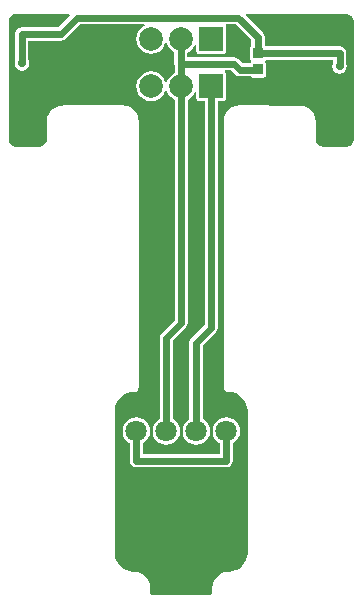
<source format=gtl>
G04 Layer_Physical_Order=1*
G04 Layer_Color=255*
%FSLAX44Y44*%
%MOMM*%
G71*
G01*
G75*
%ADD10R,0.8500X0.8500*%
%ADD11C,0.6000*%
%ADD12C,1.8000*%
%ADD13C,2.0000*%
%ADD14R,2.0000X2.0000*%
%ADD15C,0.7000*%
G36*
X-140000Y496115D02*
X-94722D01*
X-94236Y494942D01*
X-104280Y484898D01*
X-135000D01*
X-137162Y484469D01*
X-138994Y483244D01*
X-140219Y481412D01*
X-140648Y479250D01*
Y456918D01*
X-140690Y456857D01*
X-141158Y454500D01*
X-140690Y452143D01*
X-139355Y450145D01*
X-137357Y448811D01*
X-135000Y448342D01*
X-132643Y448811D01*
X-130645Y450145D01*
X-129311Y452143D01*
X-128842Y454500D01*
X-129311Y456857D01*
X-129352Y456918D01*
Y473601D01*
X-101940D01*
X-101940Y473601D01*
X-99778Y474031D01*
X-97946Y475256D01*
X-85660Y487541D01*
X-31209D01*
X-30957Y486271D01*
X-31724Y485954D01*
X-34344Y483944D01*
X-36354Y481324D01*
X-37617Y478274D01*
X-38048Y475000D01*
X-37617Y471726D01*
X-36354Y468676D01*
X-34344Y466056D01*
X-31724Y464046D01*
X-28674Y462783D01*
X-25400Y462352D01*
X-22126Y462783D01*
X-19076Y464046D01*
X-16456Y466056D01*
X-14446Y468676D01*
X-13387Y471233D01*
X-12013D01*
X-10954Y468676D01*
X-8944Y466056D01*
X-6324Y464046D01*
X-6148Y463974D01*
Y454000D01*
X-6149Y454000D01*
X-5719Y451838D01*
X-5648Y451734D01*
Y446233D01*
X-6324Y445954D01*
X-8944Y443944D01*
X-10954Y441324D01*
X-12013Y438767D01*
X-13387D01*
X-14446Y441324D01*
X-16456Y443944D01*
X-19076Y445954D01*
X-22126Y447217D01*
X-25400Y447648D01*
X-28674Y447217D01*
X-31724Y445954D01*
X-34344Y443944D01*
X-36354Y441324D01*
X-37617Y438274D01*
X-38048Y435000D01*
X-37617Y431726D01*
X-36354Y428676D01*
X-34344Y426056D01*
X-31724Y424046D01*
X-28674Y422783D01*
X-25400Y422352D01*
X-22126Y422783D01*
X-19076Y424046D01*
X-16456Y426056D01*
X-14446Y428676D01*
X-13387Y431233D01*
X-12013D01*
X-10954Y428676D01*
X-8944Y426056D01*
X-6324Y424046D01*
X-5648Y423767D01*
Y237090D01*
X-16694Y226044D01*
X-17919Y224212D01*
X-18349Y222050D01*
X-18348Y222050D01*
Y153151D01*
X-18520Y153080D01*
X-20930Y151230D01*
X-22780Y148820D01*
X-23943Y146012D01*
X-24340Y143000D01*
X-23943Y139987D01*
X-22780Y137180D01*
X-20930Y134770D01*
X-18520Y132920D01*
X-15712Y131757D01*
X-12700Y131360D01*
X-9688Y131757D01*
X-6880Y132920D01*
X-4470Y134770D01*
X-2620Y137180D01*
X-1457Y139987D01*
X-1060Y143000D01*
X-1457Y146012D01*
X-2620Y148820D01*
X-4470Y151230D01*
X-6880Y153080D01*
X-7052Y153151D01*
Y219710D01*
X3994Y230756D01*
X3994Y230756D01*
X5219Y232588D01*
X5649Y234750D01*
X5648Y234750D01*
Y423767D01*
X6324Y424046D01*
X8944Y426056D01*
X10954Y428676D01*
X11540Y430092D01*
X12810Y429839D01*
Y425000D01*
X13007Y424009D01*
X13569Y423169D01*
X14409Y422607D01*
X15400Y422410D01*
X19751D01*
Y232990D01*
X8506Y221744D01*
X7281Y219912D01*
X6851Y217750D01*
X6852Y217750D01*
Y153058D01*
X4470Y151230D01*
X2620Y148820D01*
X1457Y146012D01*
X1060Y143000D01*
X1457Y139987D01*
X2620Y137180D01*
X4470Y134770D01*
X6880Y132920D01*
X9688Y131757D01*
X12700Y131360D01*
X15712Y131757D01*
X18520Y132920D01*
X20930Y134770D01*
X22780Y137180D01*
X23943Y139987D01*
X24340Y143000D01*
X23943Y146012D01*
X22780Y148820D01*
X20930Y151230D01*
X18520Y153080D01*
X18148Y153234D01*
Y215410D01*
X29394Y226656D01*
X29394Y226656D01*
X30619Y228488D01*
X31049Y230650D01*
Y422410D01*
X35400D01*
X36391Y422607D01*
X37231Y423169D01*
X37793Y424009D01*
X37990Y425000D01*
Y445000D01*
X37793Y445991D01*
X37231Y446831D01*
X36857Y447081D01*
X37242Y448352D01*
X42160D01*
X45506Y445006D01*
X45506Y445006D01*
X47338Y443782D01*
X49500Y443352D01*
X49500Y443352D01*
X58797D01*
X58919Y443169D01*
X59759Y442607D01*
X60750Y442410D01*
X69250D01*
X70241Y442607D01*
X71081Y443169D01*
X71643Y444009D01*
X71840Y445000D01*
Y453500D01*
X71643Y454491D01*
X71081Y455331D01*
X71005Y455382D01*
X70918Y456694D01*
X71808Y457602D01*
X128351D01*
Y454168D01*
X128310Y454107D01*
X127842Y451750D01*
X128310Y449393D01*
X129645Y447395D01*
X131643Y446060D01*
X134000Y445592D01*
X136357Y446060D01*
X138355Y447395D01*
X139690Y449393D01*
X140158Y451750D01*
X139690Y454107D01*
X139649Y454168D01*
Y463250D01*
X139219Y465412D01*
X137994Y467244D01*
X136162Y468469D01*
X134000Y468899D01*
X71370D01*
X71081Y469331D01*
X70648Y469620D01*
Y476500D01*
X70649Y476500D01*
X70219Y478662D01*
X68994Y480494D01*
X68994Y480494D01*
X54546Y494942D01*
X55032Y496115D01*
X140000Y496115D01*
X140167Y496148D01*
X142366Y495711D01*
X144371Y494371D01*
X145711Y492366D01*
X146149Y490167D01*
X146115Y490000D01*
Y390000D01*
X146149Y389833D01*
X145711Y387634D01*
X144371Y385629D01*
X142366Y384289D01*
X140167Y383852D01*
X140000Y383885D01*
X120000Y383885D01*
X120000Y383885D01*
X120000Y383885D01*
X118801Y384057D01*
X117634Y384289D01*
X115629Y385629D01*
X114289Y387634D01*
X113851Y389833D01*
X113885Y390000D01*
X113885Y403784D01*
X113911Y405039D01*
Y405039D01*
X113911Y405039D01*
X113457Y408481D01*
X112076Y411817D01*
X109878Y414681D01*
X107013Y416879D01*
X103678Y418261D01*
X101186Y418589D01*
X100098Y418732D01*
X99961Y418714D01*
X98695Y418691D01*
X50219Y418798D01*
X49785Y418885D01*
Y418929D01*
X46180Y418455D01*
X42821Y417063D01*
X39936Y414849D01*
X37722Y411964D01*
X36331Y408605D01*
X35856Y405000D01*
X35900Y404996D01*
X36115Y179996D01*
X36264Y179254D01*
X36411Y178513D01*
X36412Y178512D01*
X36412Y178510D01*
X36834Y177880D01*
X37253Y177253D01*
X37255Y177252D01*
X37256Y177250D01*
X37886Y176830D01*
X38513Y176411D01*
X38515Y176411D01*
X38517Y176410D01*
X39262Y176262D01*
X40000Y176115D01*
X41230Y176019D01*
X43149Y175831D01*
X46177Y174912D01*
X48967Y173421D01*
X51413Y171413D01*
X53421Y168967D01*
X54912Y166177D01*
X55831Y163149D01*
X56132Y160085D01*
X56115Y160000D01*
X56115Y40000D01*
X56132Y39915D01*
X55831Y36851D01*
X54912Y33823D01*
X53421Y31033D01*
X51413Y28587D01*
X48967Y26579D01*
X46177Y25088D01*
X43149Y24169D01*
X41248Y23982D01*
X40000Y23929D01*
Y23929D01*
X36395Y23455D01*
X33035Y22063D01*
X30151Y19849D01*
X27937Y16965D01*
X26545Y13605D01*
X26071Y10000D01*
X26071D01*
X26141Y8759D01*
X26207Y5695D01*
X25604Y4793D01*
X24578Y4107D01*
X24388Y4070D01*
X23244Y3905D01*
X23934Y4006D01*
X24388Y4070D01*
X24427Y4077D01*
X23934Y4006D01*
X23179Y3899D01*
X21942Y3885D01*
X21764Y3885D01*
X-21764D01*
X-21942Y3885D01*
X-23179Y3899D01*
X-23934Y4006D01*
X-24427Y4077D01*
X-24388Y4070D01*
X-23934Y4006D01*
X-23244Y3905D01*
X-24388Y4070D01*
X-24578Y4107D01*
X-25604Y4793D01*
X-26207Y5695D01*
X-26141Y8759D01*
X-26071Y10000D01*
Y10000D01*
X-26071Y10000D01*
X-26546Y13605D01*
X-27937Y16965D01*
X-30151Y19849D01*
X-33035Y22063D01*
X-36395Y23455D01*
X-38778Y23768D01*
X-40000Y23929D01*
X-41248Y23982D01*
X-43149Y24169D01*
X-46177Y25088D01*
X-48967Y26579D01*
X-51413Y28587D01*
X-53421Y31033D01*
X-54912Y33823D01*
X-55831Y36851D01*
X-56132Y39915D01*
X-56115Y40000D01*
Y160000D01*
X-56132Y160085D01*
X-55831Y163149D01*
X-54912Y166177D01*
X-53421Y168967D01*
X-51413Y171413D01*
X-48967Y173421D01*
X-46177Y174912D01*
X-43149Y175831D01*
X-41230Y176019D01*
X-40000Y176115D01*
X-39262Y176262D01*
X-38517Y176410D01*
X-38515Y176411D01*
X-38513Y176411D01*
X-37886Y176830D01*
X-37256Y177250D01*
X-37255Y177252D01*
X-37253Y177253D01*
X-36834Y177880D01*
X-36412Y178510D01*
X-36412Y178512D01*
X-36411Y178513D01*
X-36264Y179254D01*
X-36115Y179996D01*
X-35900Y404996D01*
X-35856Y405000D01*
X-36331Y408605D01*
X-37722Y411964D01*
X-39936Y414849D01*
X-42821Y417063D01*
X-46180Y418455D01*
X-49785Y418929D01*
X-49794Y418885D01*
X-98695Y418776D01*
X-99961Y418800D01*
X-100098Y418818D01*
X-101176Y418676D01*
X-103678Y418346D01*
X-107014Y416965D01*
X-109878Y414767D01*
X-112076Y411902D01*
X-113458Y408567D01*
X-113911Y405124D01*
X-113911D01*
X-113885Y403870D01*
X-113885Y391355D01*
X-113885Y390085D01*
X-114057Y388886D01*
X-114289Y387720D01*
X-115629Y385714D01*
X-117634Y384374D01*
X-118801Y384142D01*
X-120000Y383970D01*
Y383970D01*
X-140000Y383970D01*
X-140167Y383937D01*
X-142366Y384374D01*
X-144371Y385714D01*
X-145711Y387720D01*
X-146149Y389918D01*
X-146116Y390085D01*
Y490085D01*
X-146149Y490252D01*
X-145711Y492451D01*
X-144371Y494456D01*
X-142366Y495797D01*
X-140382Y496191D01*
X-140000Y496115D01*
D02*
G37*
G36*
X59352Y474160D02*
Y469620D01*
X58919Y469331D01*
X58357Y468491D01*
X58160Y467500D01*
Y459000D01*
X58357Y458009D01*
X58919Y457169D01*
X59204Y456978D01*
Y455612D01*
X58974Y455368D01*
X58919Y455331D01*
X58870Y455257D01*
X58295Y454649D01*
X51840D01*
X48494Y457994D01*
X46662Y459219D01*
X44500Y459649D01*
X44500Y459649D01*
X5149D01*
Y463559D01*
X6324Y464046D01*
X8944Y466056D01*
X10954Y468676D01*
X11540Y470092D01*
X12810Y469839D01*
Y465000D01*
X13007Y464009D01*
X13569Y463169D01*
X14409Y462607D01*
X15400Y462410D01*
X35400D01*
X36391Y462607D01*
X37231Y463169D01*
X37793Y464009D01*
X37990Y465000D01*
Y485000D01*
X37793Y485991D01*
X37605Y486271D01*
X38280Y487541D01*
X45970D01*
X59352Y474160D01*
D02*
G37*
%LPC*%
G36*
X38100Y154640D02*
X35087Y154243D01*
X32280Y153080D01*
X29870Y151230D01*
X28020Y148820D01*
X26857Y146012D01*
X26460Y143000D01*
X26857Y139987D01*
X28020Y137180D01*
X29870Y134770D01*
X32280Y132920D01*
X32452Y132849D01*
Y123749D01*
X-32452D01*
Y132849D01*
X-32280Y132920D01*
X-29870Y134770D01*
X-28020Y137180D01*
X-26857Y139987D01*
X-26460Y143000D01*
X-26857Y146012D01*
X-28020Y148820D01*
X-29870Y151230D01*
X-32280Y153080D01*
X-35087Y154243D01*
X-38100Y154640D01*
X-41112Y154243D01*
X-43920Y153080D01*
X-46330Y151230D01*
X-48180Y148820D01*
X-49343Y146012D01*
X-49740Y143000D01*
X-49343Y139987D01*
X-48180Y137180D01*
X-46330Y134770D01*
X-43920Y132920D01*
X-43748Y132849D01*
Y118100D01*
X-43319Y115938D01*
X-42094Y114106D01*
X-40262Y112881D01*
X-38100Y112451D01*
X38100D01*
X40262Y112881D01*
X42094Y114106D01*
X43319Y115938D01*
X43749Y118100D01*
Y132849D01*
X43920Y132920D01*
X46330Y134770D01*
X48180Y137180D01*
X49343Y139987D01*
X49740Y143000D01*
X49343Y146012D01*
X48180Y148820D01*
X46330Y151230D01*
X43920Y153080D01*
X41112Y154243D01*
X38100Y154640D01*
D02*
G37*
%LPD*%
D10*
X65000Y449250D02*
D03*
Y463250D02*
D03*
D11*
X134000Y451750D02*
Y463250D01*
X65000D02*
X134000D01*
X-135000Y454500D02*
Y479250D01*
X-101940D01*
X-88000Y493190D01*
X48310D01*
X65000Y476500D01*
Y463250D02*
Y476500D01*
X-12700Y143000D02*
Y222050D01*
X0Y234750D01*
X12500Y143200D02*
X12700Y143000D01*
X12500Y143200D02*
Y217750D01*
X25400Y230650D01*
Y435000D01*
X-500Y454000D02*
X44500D01*
X49500Y449000D01*
X-500Y454000D02*
X0Y453500D01*
X-500Y474500D02*
X0Y475000D01*
X-500Y454000D02*
Y474500D01*
X-38100Y118100D02*
Y143000D01*
Y118100D02*
X38100D01*
Y143000D01*
X38100Y143000D02*
X38100Y143000D01*
X0Y234750D02*
Y435000D01*
X49500Y449000D02*
X65000D01*
X0Y435000D02*
Y453500D01*
D12*
X12700Y143000D02*
D03*
X-12700D02*
D03*
X-38100D02*
D03*
X38100D02*
D03*
D13*
X-25400Y475000D02*
D03*
X0D02*
D03*
X-25400Y435000D02*
D03*
X0D02*
D03*
D14*
X25400Y475000D02*
D03*
Y435000D02*
D03*
D15*
X134000Y451750D02*
D03*
X-135000Y454500D02*
D03*
M02*

</source>
